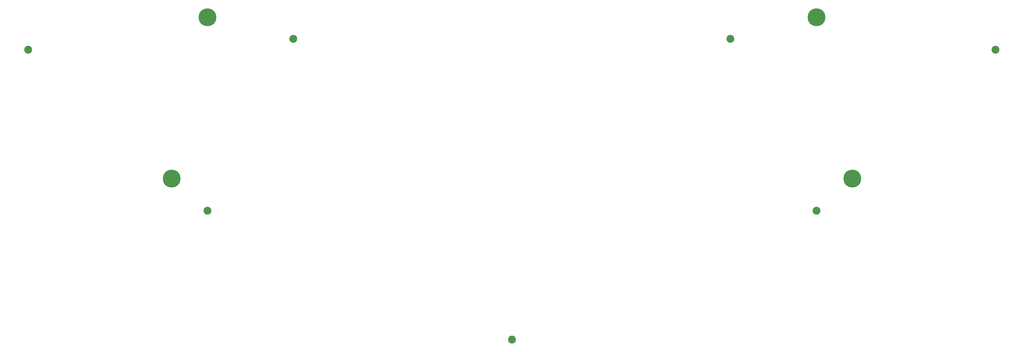
<source format=gbs>
%TF.GenerationSoftware,KiCad,Pcbnew,6.0.2+dfsg-1*%
%TF.CreationDate,2022-06-30T23:44:07+02:00*%
%TF.ProjectId,dragonwings_backplate,64726167-6f6e-4776-996e-67735f626163,rev?*%
%TF.SameCoordinates,Original*%
%TF.FileFunction,Soldermask,Bot*%
%TF.FilePolarity,Negative*%
%FSLAX46Y46*%
G04 Gerber Fmt 4.6, Leading zero omitted, Abs format (unit mm)*
G04 Created by KiCad (PCBNEW 6.0.2+dfsg-1) date 2022-06-30 23:44:07*
%MOMM*%
%LPD*%
G01*
G04 APERTURE LIST*
%ADD10C,5.000000*%
%ADD11C,2.200000*%
G04 APERTURE END LIST*
D10*
%TO.C,REF04*%
X65000000Y-75000000D03*
%TD*%
%TO.C,REF05*%
X75000000Y-30000000D03*
%TD*%
%TO.C,REF01*%
X255000000Y-75000000D03*
%TD*%
%TO.C,REF00*%
X245000000Y-30000000D03*
%TD*%
D11*
%TO.C,REF04*%
X25000000Y-39000000D03*
%TD*%
%TO.C,REF05*%
X221000000Y-36000000D03*
%TD*%
%TO.C,REF03*%
X295000000Y-39000000D03*
%TD*%
%TO.C,REF01*%
X245000000Y-84000000D03*
%TD*%
%TO.C,REF06*%
X99000000Y-36000000D03*
%TD*%
%TO.C,REF02*%
X75000000Y-84000000D03*
%TD*%
%TO.C,REF00*%
X160000000Y-120000000D03*
%TD*%
M02*

</source>
